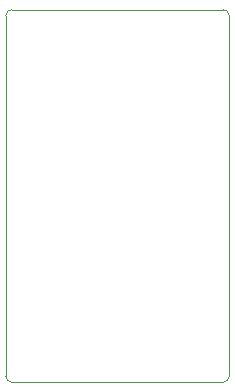
<source format=gbr>
%TF.GenerationSoftware,KiCad,Pcbnew,8.0.5*%
%TF.CreationDate,2025-07-03T08:28:17+01:00*%
%TF.ProjectId,sdrr rev e,73647272-2072-4657-9620-652e6b696361,rev?*%
%TF.SameCoordinates,Original*%
%TF.FileFunction,Profile,NP*%
%FSLAX46Y46*%
G04 Gerber Fmt 4.6, Leading zero omitted, Abs format (unit mm)*
G04 Created by KiCad (PCBNEW 8.0.5) date 2025-07-03 08:28:17*
%MOMM*%
%LPD*%
G01*
G04 APERTURE LIST*
%TA.AperFunction,Profile*%
%ADD10C,0.050000*%
%TD*%
G04 APERTURE END LIST*
D10*
X118668800Y-30454600D02*
X118668800Y-61007190D01*
X118160800Y-29946600D02*
G75*
G02*
X118668800Y-30454600I0J-508000D01*
G01*
X100278990Y-29946600D02*
X118160800Y-29946600D01*
X99770990Y-30454600D02*
G75*
G02*
X100278990Y-29946590I508010J0D01*
G01*
X118668800Y-61007190D02*
G75*
G02*
X118160800Y-61515200I-508000J-10D01*
G01*
X99771200Y-61007190D02*
X99770990Y-30454600D01*
X100279200Y-61515190D02*
G75*
G02*
X99771210Y-61007190I0J507990D01*
G01*
X118160800Y-61515190D02*
X100279200Y-61515190D01*
M02*

</source>
